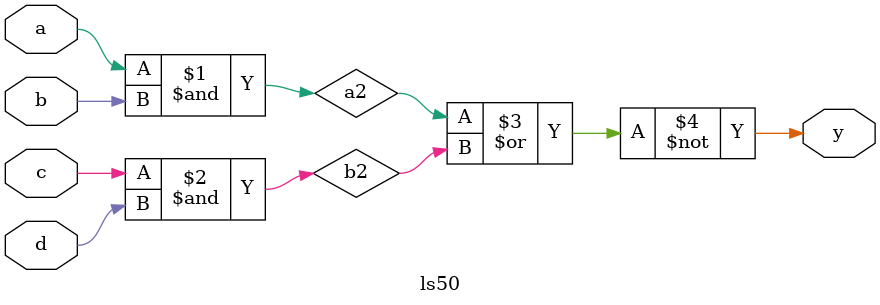
<source format=v>
/*
  MIT License

  Copyright (c) 2019 Richard Eng

  Permission is hereby granted, free of charge, to any person obtaining a copy
  of this software and associated documentation files (the "Software"), to deal
  in the Software without restriction, including without limitation the rights
  to use, copy, modify, merge, publish, distribute, sublicense, and/or sell
  copies of the Software, and to permit persons to whom the Software is
  furnished to do so, subject to the following conditions:

  The above copyright notice and this permission notice shall be included in all
  copies or substantial portions of the Software.

  THE SOFTWARE IS PROVIDED "AS IS", WITHOUT WARRANTY OF ANY KIND, EXPRESS OR
  IMPLIED, INCLUDING BUT NOT LIMITED TO THE WARRANTIES OF MERCHANTABILITY,
  FITNESS FOR A PARTICULAR PURPOSE AND NONINFRINGEMENT. IN NO EVENT SHALL THE
  AUTHORS OR COPYRIGHT HOLDERS BE LIABLE FOR ANY CLAIM, DAMAGES OR OTHER
  LIABILITY, WHETHER IN AN ACTION OF CONTRACT, TORT OR OTHERWISE, ARISING FROM,
  OUT OF OR IN CONNECTION WITH THE SOFTWARE OR THE USE OR OTHER DEALINGS IN THE
  SOFTWARE.
*/

/*
  74LS50
  ------
  Dual 2-Wide 2-Input And-Or-Invert Gates (One Gate Expandable)
  
  Pinout
  ------
          _______
         |       |
     a1 -| 1  14 |- VCC
     a2 -| 2  13 |- b1
     b2 -| 3  12 |- _x1
     c2 -| 4  11 |- x1
     d2 -| 5  10 |- d1
     y2 -| 6   9 |- c1
    GND -| 7   8 |- y1
         |_______|
*/
`default_nettype none

module ls50
(
    input wire  a, b, c, d,
    output wire y
);

wire a2, b2;
and(a2, a, b);
and(b2, c, d);
nor(y, a2, b2);

// TODO: What's the purpose with x1 and _x1?

endmodule
`default_nettype wire

</source>
